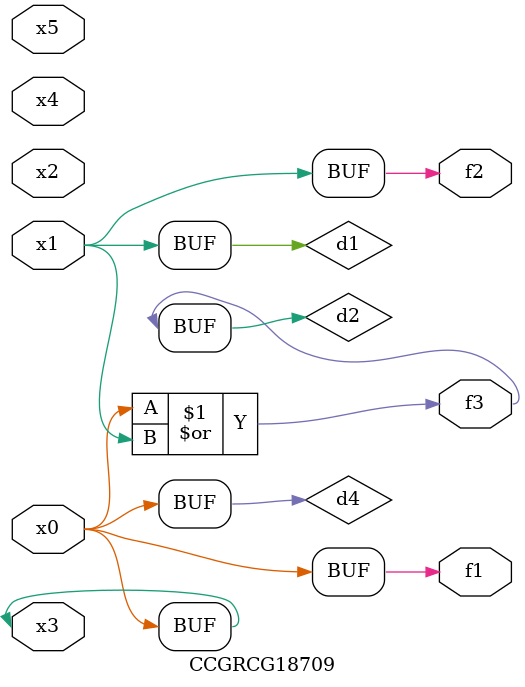
<source format=v>
module CCGRCG18709(
	input x0, x1, x2, x3, x4, x5,
	output f1, f2, f3
);

	wire d1, d2, d3, d4;

	and (d1, x1);
	or (d2, x0, x1);
	nand (d3, x0, x5);
	buf (d4, x0, x3);
	assign f1 = d4;
	assign f2 = d1;
	assign f3 = d2;
endmodule

</source>
